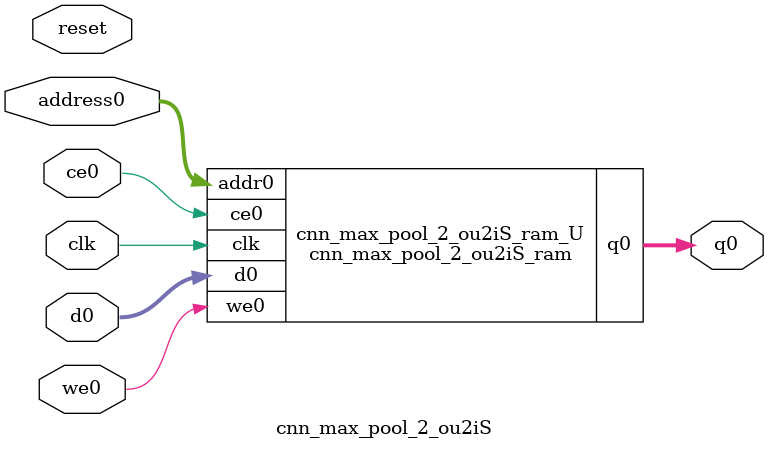
<source format=v>
`timescale 1 ns / 1 ps
module cnn_max_pool_2_ou2iS_ram (addr0, ce0, d0, we0, q0,  clk);

parameter DWIDTH = 14;
parameter AWIDTH = 9;
parameter MEM_SIZE = 400;

input[AWIDTH-1:0] addr0;
input ce0;
input[DWIDTH-1:0] d0;
input we0;
output reg[DWIDTH-1:0] q0;
input clk;

(* ram_style = "block" *)reg [DWIDTH-1:0] ram[0:MEM_SIZE-1];




always @(posedge clk)  
begin 
    if (ce0) 
    begin
        if (we0) 
        begin 
            ram[addr0] <= d0; 
        end 
        q0 <= ram[addr0];
    end
end


endmodule

`timescale 1 ns / 1 ps
module cnn_max_pool_2_ou2iS(
    reset,
    clk,
    address0,
    ce0,
    we0,
    d0,
    q0);

parameter DataWidth = 32'd14;
parameter AddressRange = 32'd400;
parameter AddressWidth = 32'd9;
input reset;
input clk;
input[AddressWidth - 1:0] address0;
input ce0;
input we0;
input[DataWidth - 1:0] d0;
output[DataWidth - 1:0] q0;



cnn_max_pool_2_ou2iS_ram cnn_max_pool_2_ou2iS_ram_U(
    .clk( clk ),
    .addr0( address0 ),
    .ce0( ce0 ),
    .we0( we0 ),
    .d0( d0 ),
    .q0( q0 ));

endmodule


</source>
